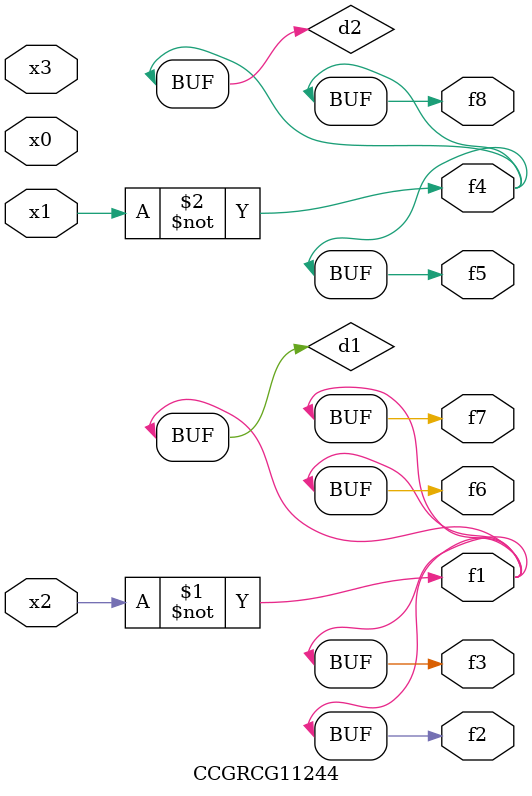
<source format=v>
module CCGRCG11244(
	input x0, x1, x2, x3,
	output f1, f2, f3, f4, f5, f6, f7, f8
);

	wire d1, d2;

	xnor (d1, x2);
	not (d2, x1);
	assign f1 = d1;
	assign f2 = d1;
	assign f3 = d1;
	assign f4 = d2;
	assign f5 = d2;
	assign f6 = d1;
	assign f7 = d1;
	assign f8 = d2;
endmodule

</source>
